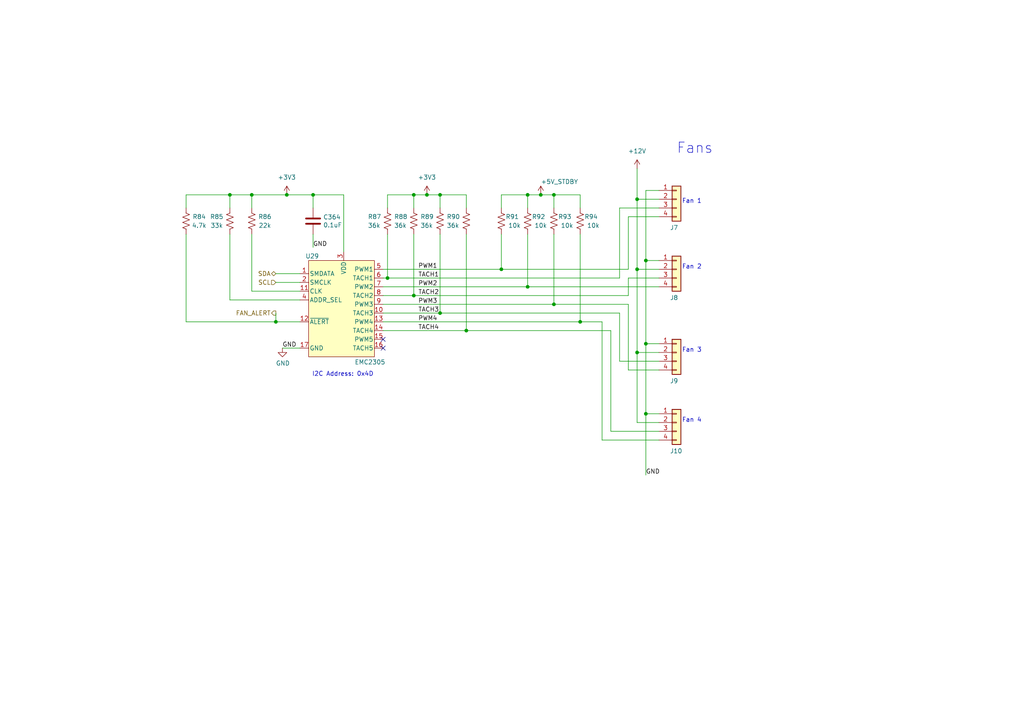
<source format=kicad_sch>
(kicad_sch (version 20250114) (generator "eeschema") (generator_version "9.0")
  (paper "A4")
  (title_block (title "PC-AXE") (company "Author: Aadhi M"))
  (lib_symbols
    (symbol "+3V3_1" (power) (pin_numbers (hide yes)) (pin_names (offset 0) (hide yes))
      (property "Value" "+3V3" (at 0 3.556 0))
      (symbol "+3V3_1_0_1"
        (polyline (pts (xy -0.762 1.27) (xy 0 2.54)))
        (polyline (pts (xy 0 2.54) (xy 0.762 1.27)))
        (polyline (pts (xy 0 0) (xy 0 2.54)))
      )
      (symbol "+3V3_1_1_1"
        (pin power_in line (at 0 0 90) (length 0) (name "~") (number "1"))
      )
    )
    (symbol "Connector_Generic:Conn_01x04" (pin_names (offset 1.016) (hide yes))
      (property "Reference" "J" (at 0 5.08 0))
      (property "Value" "Conn_01x04" (at 0 -7.62 0))
      (symbol "Conn_01x04_1_1"
        (rectangle (start -1.27 3.81) (end 1.27 -6.35) (stroke (width 0.254)) (fill (type background)))
        (rectangle (start -1.27 2.667) (end 0 2.413) (stroke (width 0.1524)))
        (rectangle (start -1.27 0.127) (end 0 -0.127) (stroke (width 0.1524)))
        (rectangle (start -1.27 -2.413) (end 0 -2.667) (stroke (width 0.1524)))
        (rectangle (start -1.27 -4.953) (end 0 -5.207) (stroke (width 0.1524)))
        (pin passive line (at -5.08 2.54 0) (length 3.81) (name "Pin_1") (number "1"))
        (pin passive line (at -5.08 0 0) (length 3.81) (name "Pin_2") (number "2"))
        (pin passive line (at -5.08 -2.54 0) (length 3.81) (name "Pin_3") (number "3"))
        (pin passive line (at -5.08 -5.08 0) (length 3.81) (name "Pin_4") (number "4"))
      )
    )
    (symbol "Device:C" (pin_numbers (hide yes)) (pin_names (offset 0.254))
      (property "Reference" "C" (at 0.635 2.54 0))
      (property "Value" "C" (at 0.635 -2.54 0))
      (symbol "C_0_1"
        (polyline (pts (xy -2.032 0.762) (xy 2.032 0.762)) (stroke (width 0.508)))
        (polyline (pts (xy -2.032 -0.762) (xy 2.032 -0.762)) (stroke (width 0.508)))
      )
      (symbol "C_1_1"
        (pin passive line (at 0 3.81 270) (length 2.794) (name "~") (number "1"))
        (pin passive line (at 0 -3.81 90) (length 2.794) (name "~") (number "2"))
      )
    )
    (symbol "Device:R_US" (pin_numbers (hide yes)) (pin_names (offset 0))
      (property "Reference" "R" (at 2.54 0 90))
      (property "Value" "R_US" (at -2.54 0 90))
      (symbol "R_US_0_1"
        (polyline (pts (xy 0 2.286) (xy 0 2.54)))
        (polyline (pts (xy 0 2.286) (xy 1.016 1.905) (xy 0 1.524) (xy -1.016 1.143) (xy 0 0.762)))
        (polyline (pts (xy 0 0.762) (xy 1.016 0.381) (xy 0 0) (xy -1.016 -0.381) (xy 0 -0.762)))
        (polyline (pts (xy 0 -0.762) (xy 1.016 -1.143) (xy 0 -1.524) (xy -1.016 -1.905) (xy 0 -2.286)))
        (polyline (pts (xy 0 -2.286) (xy 0 -2.54)))
      )
      (symbol "R_US_1_1"
        (pin passive line (at 0 3.81 270) (length 1.27) (name "~") (number "1"))
        (pin passive line (at 0 -3.81 90) (length 1.27) (name "~") (number "2"))
      )
    )
    (symbol "EMC2305-1-AP-TR_1" (pin_names (offset 0.254))
      (property "Reference" "U" (at -7.62 13.97 0))
      (property "Value" "EMC2305-1-AP-TR" (at 11.43 -16.51 0))
      (symbol "EMC2305-1-AP-TR_1_0_1"
        (pin bidirectional line (at -11.43 8.89 0) (length 2.54) (name "SMDATA") (number "1"))
        (pin input line (at -11.43 6.35 0) (length 2.54) (name "SMCLK") (number "2"))
        (pin bidirectional line (at -11.43 3.81 0) (length 2.54) (name "CLK") (number "11"))
        (pin bidirectional line (at -11.43 1.27 0) (length 2.54) (name "ADDR_SEL") (number "4"))
        (pin power_in line (at 1.27 15.24 270) (length 2.54) (name "VDD") (number "3"))
        (pin output line (at 12.7 10.16 180) (length 2.54) (name "PWM1") (number "5"))
        (pin input line (at 12.7 7.62 180) (length 2.54) (name "TACH1") (number "6"))
        (pin output line (at 12.7 5.08 180) (length 2.54) (name "PWM2") (number "7"))
        (pin input line (at 12.7 2.54 180) (length 2.54) (name "TACH2") (number "8"))
        (pin output line (at 12.7 0 180) (length 2.54) (name "PWM3") (number "9"))
        (pin input line (at 12.7 -2.54 180) (length 2.54) (name "TACH3") (number "10"))
        (pin output line (at 12.7 -5.08 180) (length 2.54) (name "PWM4") (number "13"))
        (pin input line (at 12.7 -7.62 180) (length 2.54) (name "TACH4") (number "14"))
        (pin output line (at 12.7 -10.16 180) (length 2.54) (name "PWM5") (number "15"))
        (pin input line (at 12.7 -12.7 180) (length 2.54) (name "TACH5") (number "16"))
      )
      (symbol "EMC2305-1-AP-TR_1_1_1"
        (rectangle (start -8.89 12.7) (end 10.16 -15.24) (fill (type background)))
        (pin output line (at -11.43 -5.08 0) (length 2.54) (name "~{ALERT}") (number "12"))
        (pin passive line (at -11.43 -12.7 0) (length 2.54) (name "GND") (number "17"))
      )
    )
    (symbol "power:+12V" (power) (pin_names (offset 0))
      (property "Value" "+12V" (at 0 3.556 0))
      (symbol "+12V_0_1"
        (polyline (pts (xy -0.762 1.27) (xy 0 2.54)))
        (polyline (pts (xy 0 2.54) (xy 0.762 1.27)))
        (polyline (pts (xy 0 0) (xy 0 2.54)))
      )
      (symbol "+12V_1_1"
        (pin power_in line (at 0 0 90) (length 0) (hide yes) (name "+12V") (number "1"))
      )
    )
    (symbol "power:+3.3V" (power) (pin_names (offset 0))
      (property "Value" "+3.3V" (at 0 3.556 0))
      (symbol "+3.3V_0_1"
        (polyline (pts (xy -0.762 1.27) (xy 0 2.54)))
        (polyline (pts (xy 0 2.54) (xy 0.762 1.27)))
        (polyline (pts (xy 0 0) (xy 0 2.54)))
      )
      (symbol "+3.3V_1_1"
        (pin power_in line (at 0 0 90) (length 0) (hide yes) (name "+3.3V") (number "1"))
      )
    )
    (symbol "power:GND" (power) (pin_names (offset 0))
      (property "Value" "GND" (at 0 -3.81 0))
      (symbol "GND_0_1"
        (polyline (pts (xy 0 0) (xy 0 -1.27) (xy 1.27 -1.27) (xy 0 -2.54) (xy -1.27 -1.27) (xy 0 -1.27)))
      )
      (symbol "GND_1_1"
        (pin power_in line (at 0 0 270) (length 0) (hide yes) (name "GND") (number "1"))
      )
    )
  )
  (text "I2C Address: 0x4D" (at 99.441 108.585 0) (effects (font (size 1.27 1.27))))
  (text "Fan 3" (at 200.66 101.6 0) (effects (font (size 1.27 1.27))))
  (text "Fan 4" (at 200.66 121.92 0) (effects (font (size 1.27 1.27))))
  (text "Fan 2" (at 200.66 77.47 0) (effects (font (size 1.27 1.27))))
  (text "Fans" (at 196.215 44.831 0) (effects (font (size 3 3)) (justify left bottom)))
  (text "Fan 1" (at 200.66 58.42 0) (effects (font (size 1.27 1.27))))
  (junction (at 135.255 95.885))
  (junction (at 160.655 56.515))
  (junction (at 83.185 56.515))
  (junction (at 187.325 99.695))
  (junction (at 145.415 78.105))
  (junction (at 120.015 56.515))
  (junction (at 90.805 56.515))
  (junction (at 184.785 57.785))
  (junction (at 127.635 56.515))
  (junction (at 127.635 90.805))
  (junction (at 120.015 85.725))
  (junction (at 187.325 75.565))
  (junction (at 184.785 78.105))
  (junction (at 160.655 88.265))
  (junction (at 168.275 93.345))
  (junction (at 80.01 93.345))
  (junction (at 153.035 56.515))
  (junction (at 153.035 83.185))
  (junction (at 123.825 56.515))
  (junction (at 66.675 56.515))
  (junction (at 156.845 56.515))
  (junction (at 73.025 56.515))
  (junction (at 187.325 120.015))
  (junction (at 184.785 102.235))
  (junction (at 112.395 80.645))
  (no_connect (at 111.125 98.425))
  (no_connect (at 111.125 100.965))
  (wire (pts (xy 182.245 78.105) (xy 145.415 78.105)))
  (wire (pts (xy 66.675 67.945) (xy 66.675 86.995)))
  (wire (pts (xy 127.635 67.945) (xy 127.635 90.805)))
  (wire (pts (xy 53.975 93.345) (xy 80.01 93.345)))
  (wire (pts (xy 123.825 56.515) (xy 120.015 56.515)))
  (wire (pts (xy 187.325 75.565) (xy 191.135 75.565)))
  (wire (pts (xy 160.655 88.265) (xy 111.125 88.265)))
  (wire (pts (xy 66.675 56.515) (xy 73.025 56.515)))
  (wire (pts (xy 127.635 90.805) (xy 111.125 90.805)))
  (wire (pts (xy 127.635 56.515) (xy 127.635 60.325)))
  (wire (pts (xy 120.015 85.725) (xy 111.125 85.725)))
  (wire (pts (xy 73.025 56.515) (xy 83.185 56.515)))
  (wire (pts (xy 81.915 100.965) (xy 86.995 100.965)))
  (wire (pts (xy 53.975 67.945) (xy 53.975 93.345)))
  (wire (pts (xy 168.275 56.515) (xy 168.275 60.325)))
  (wire (pts (xy 168.275 67.945) (xy 168.275 93.345)))
  (wire (pts (xy 66.675 60.325) (xy 66.675 56.515)))
  (wire (pts (xy 153.035 56.515) (xy 153.035 60.325)))
  (wire (pts (xy 90.805 67.945) (xy 90.805 71.755)))
  (wire (pts (xy 184.785 57.785) (xy 191.135 57.785)))
  (wire (pts (xy 80.01 90.805) (xy 80.01 93.345)))
  (wire (pts (xy 191.135 122.555) (xy 184.785 122.555)))
  (wire (pts (xy 135.255 67.945) (xy 135.255 95.885)))
  (wire (pts (xy 184.785 78.105) (xy 184.785 102.235)))
  (wire (pts (xy 80.01 93.345) (xy 86.995 93.345)))
  (wire (pts (xy 191.135 55.245) (xy 187.325 55.245)))
  (wire (pts (xy 120.015 56.515) (xy 112.395 56.515)))
  (wire (pts (xy 135.255 60.325) (xy 135.255 56.515)))
  (wire (pts (xy 179.705 104.775) (xy 179.705 90.805)))
  (wire (pts (xy 80.01 79.375) (xy 86.995 79.375)))
  (wire (pts (xy 182.245 80.645) (xy 182.245 85.725)))
  (wire (pts (xy 191.135 125.095) (xy 177.165 125.095)))
  (wire (pts (xy 174.625 127.635) (xy 174.625 93.345)))
  (wire (pts (xy 153.035 56.515) (xy 156.845 56.515)))
  (wire (pts (xy 174.625 93.345) (xy 168.275 93.345)))
  (wire (pts (xy 191.135 104.775) (xy 179.705 104.775)))
  (wire (pts (xy 135.255 95.885) (xy 111.125 95.885)))
  (wire (pts (xy 112.395 56.515) (xy 112.395 60.325)))
  (wire (pts (xy 135.255 56.515) (xy 127.635 56.515)))
  (wire (pts (xy 182.245 85.725) (xy 120.015 85.725)))
  (wire (pts (xy 187.325 99.695) (xy 187.325 120.015)))
  (wire (pts (xy 120.015 56.515) (xy 120.015 60.325)))
  (wire (pts (xy 145.415 60.325) (xy 145.415 56.515)))
  (wire (pts (xy 112.395 67.945) (xy 112.395 80.645)))
  (wire (pts (xy 160.655 56.515) (xy 168.275 56.515)))
  (wire (pts (xy 160.655 67.945) (xy 160.655 88.265)))
  (wire (pts (xy 177.165 95.885) (xy 135.255 95.885)))
  (wire (pts (xy 179.705 90.805) (xy 127.635 90.805)))
  (wire (pts (xy 99.695 56.515) (xy 99.695 73.025)))
  (wire (pts (xy 73.025 84.455) (xy 86.995 84.455)))
  (wire (pts (xy 153.035 67.945) (xy 153.035 83.185)))
  (wire (pts (xy 80.01 81.915) (xy 86.995 81.915)))
  (wire (pts (xy 73.025 67.945) (xy 73.025 84.455)))
  (wire (pts (xy 112.395 80.645) (xy 179.705 80.645)))
  (wire (pts (xy 53.975 56.515) (xy 66.675 56.515)))
  (wire (pts (xy 182.245 107.315) (xy 182.245 88.265)))
  (wire (pts (xy 191.135 78.105) (xy 184.785 78.105)))
  (wire (pts (xy 179.705 60.325) (xy 179.705 80.645)))
  (wire (pts (xy 120.015 67.945) (xy 120.015 85.725)))
  (wire (pts (xy 177.165 125.095) (xy 177.165 95.885)))
  (wire (pts (xy 90.805 56.515) (xy 99.695 56.515)))
  (wire (pts (xy 90.805 60.325) (xy 90.805 56.515)))
  (wire (pts (xy 66.675 86.995) (xy 86.995 86.995)))
  (wire (pts (xy 191.135 120.015) (xy 187.325 120.015)))
  (wire (pts (xy 184.785 122.555) (xy 184.785 102.235)))
  (wire (pts (xy 182.245 62.865) (xy 191.135 62.865)))
  (wire (pts (xy 182.245 88.265) (xy 160.655 88.265)))
  (wire (pts (xy 187.325 120.015) (xy 187.325 137.795)))
  (wire (pts (xy 145.415 78.105) (xy 111.125 78.105)))
  (wire (pts (xy 187.325 99.695) (xy 191.135 99.695)))
  (wire (pts (xy 83.185 56.515) (xy 90.805 56.515)))
  (wire (pts (xy 168.275 93.345) (xy 111.125 93.345)))
  (wire (pts (xy 191.135 127.635) (xy 174.625 127.635)))
  (wire (pts (xy 191.135 60.325) (xy 179.705 60.325)))
  (wire (pts (xy 145.415 67.945) (xy 145.415 78.105)))
  (wire (pts (xy 182.245 62.865) (xy 182.245 78.105)))
  (wire (pts (xy 127.635 56.515) (xy 123.825 56.515)))
  (wire (pts (xy 145.415 56.515) (xy 153.035 56.515)))
  (wire (pts (xy 184.785 48.895) (xy 184.785 57.785)))
  (wire (pts (xy 191.135 107.315) (xy 182.245 107.315)))
  (wire (pts (xy 184.785 57.785) (xy 184.785 78.105)))
  (wire (pts (xy 153.035 83.185) (xy 191.135 83.185)))
  (wire (pts (xy 187.325 75.565) (xy 187.325 99.695)))
  (wire (pts (xy 112.395 80.645) (xy 111.125 80.645)))
  (wire (pts (xy 53.975 56.515) (xy 53.975 60.325)))
  (wire (pts (xy 160.655 56.515) (xy 160.655 60.325)))
  (wire (pts (xy 187.325 55.245) (xy 187.325 75.565)))
  (wire (pts (xy 111.125 83.185) (xy 153.035 83.185)))
  (wire (pts (xy 184.785 102.235) (xy 191.135 102.235)))
  (wire (pts (xy 156.845 56.515) (xy 160.655 56.515)))
  (wire (pts (xy 191.135 80.645) (xy 182.245 80.645)))
  (wire (pts (xy 73.025 56.515) (xy 73.025 60.325)))
  (label "GND" (at 187.325 137.795 0))
  (label "TACH4" (at 121.285 95.885 0))
  (label "PWM4" (at 121.285 93.345 0))
  (label "GND" (at 81.915 100.965 0))
  (label "PWM1" (at 121.285 78.105 0))
  (label "TACH2" (at 121.285 85.725 0))
  (label "TACH1" (at 121.285 80.645 0))
  (label "GND" (at 90.805 71.755 0))
  (label "PWM3" (at 121.285 88.265 0))
  (label "PWM2" (at 121.285 83.185 0))
  (label "TACH3" (at 121.285 90.805 0))
  (hierarchical_label "SCL" (shape input) (at 80.01 81.915 180))
  (hierarchical_label "SDA" (shape bidirectional) (at 80.01 79.375 180))
  (hierarchical_label "FAN_ALERT" (shape output) (at 80.01 90.805 180))
  (symbol (lib_id "Device:R_US") (at 135.255 64.135 0) (unit 1)
    (property "Reference" "R90" (at 129.54 62.865 0) (effects (justify left)))
    (property "Value" "36k" (at 129.54 65.405 0) (effects (justify left)))
    (property "Footprint" "Resistor_SMD:R_0805_2012Metric" (effects (hide yes)))
    (property "DK" "311-36.0KCRCT-ND" (effects (hide yes)))
    (property "PARTNO" "RC0805FR-0736KL" (effects (hide yes)))
    (property "LCSC" "C114527" (effects (hide yes)))
  )
  (symbol (lib_id "Device:C") (at 90.805 64.135 0) (unit 1)
    (property "Reference" "C364" (at 93.726 62.9666 0) (effects (justify left)))
    (property "Value" "0.1uF" (at 93.726 65.278 0) (effects (justify left)))
    (property "Footprint" "Capacitor_SMD:C_0805_2012Metric" (effects (hide yes)))
    (property "Datasheet" "https://search.murata.co.jp/Ceramy/image/img/A01X/G101/ENG/GRM155R71C104KA88-01.pdf" (effects (hide yes)))
    (property "DK" "1276-6840-1-ND" (effects (hide yes)))
    (property "PARTNO" "CL21B104KCFNNNE" (effects (hide yes)))
    (property "LCSC" "C28233" (effects (hide yes)))
  )
  (symbol (lib_id "Device:R_US") (at 168.275 64.135 180) (unit 1)
    (property "Reference" "R94" (at 171.45 62.865 0))
    (property "Value" "10k" (at 172.085 65.405 0))
    (property "Footprint" "Resistor_SMD:R_0805_2012Metric" (effects (hide yes)))
    (property "DK" "RMCF0805FT10K0CT-ND" (effects (hide yes)))
    (property "PARTNO" "RMCF0805FT10K0" (effects (hide yes)))
    (property "LCSC" "C17414" (effects (hide yes)))
  )
  (symbol (lib_name "+3V3_1") (lib_id "power:+3V3") (at 123.825 56.515 0) (mirror y) (unit 1)
    (property "Reference" "#PWR0470" (effects (hide yes)))
    (property "Value" "+3V3" (at 123.825 51.435 0))
    (property "Description" "Power symbol creates a global label with name \"+3V3\"" (effects (hide yes)))
  )
  (symbol (lib_name "EMC2305-1-AP-TR_1") (lib_id "bitcart:EMC2305-1-AP-TR") (at 98.425 88.265 0) (unit 1)
    (property "Reference" "U29" (at 90.551 74.295 0))
    (property "Value" "EMC2305" (at 107.315 105.029 0))
    (property "Footprint" "bitcart:QFN16_4x4MC_MCH" (effects (hide yes)))
    (property "Datasheet" "https://ww1.microchip.com/downloads/aemDocuments/documents/MSLD/ProductDocuments/DataSheets/EMC2301-2-3-5-Data-Sheet-DS20006532A.pdf" (effects (hide yes)))
    (property "DK" "EMC2305-1-AP-CT-ND" (effects (hide yes)))
    (property "PARTNO" "EMC2305-1-AP-TR" (effects (hide yes)))
  )
  (symbol (lib_id "Device:R_US") (at 73.025 64.135 180) (unit 1)
    (property "Reference" "R86" (at 76.835 62.865 0))
    (property "Value" "22k" (at 76.835 65.405 0))
    (property "Footprint" "Resistor_SMD:R_0805_2012Metric" (effects (hide yes)))
    (property "DK" "RMCF0805FT22K0CT-ND" (effects (hide yes)))
    (property "PARTNO" "RMCF0805FT22K0" (effects (hide yes)))
    (property "LCSC" "C17560" (effects (hide yes)))
  )
  (symbol (lib_id "Device:R_US") (at 145.415 64.135 180) (unit 1)
    (property "Reference" "R91" (at 148.59 62.865 0))
    (property "Value" "10k" (at 149.225 65.405 0))
    (property "Footprint" "Resistor_SMD:R_0805_2012Metric" (effects (hide yes)))
    (property "DK" "RMCF0805FT10K0CT-ND" (effects (hide yes)))
    (property "PARTNO" "RMCF0805FT10K0" (effects (hide yes)))
    (property "LCSC" "C17414" (effects (hide yes)))
  )
  (symbol (lib_id "Device:R_US") (at 160.655 64.135 180) (unit 1)
    (property "Reference" "R93" (at 163.83 62.865 0))
    (property "Value" "10k" (at 164.465 65.405 0))
    (property "Footprint" "Resistor_SMD:R_0805_2012Metric" (effects (hide yes)))
    (property "DK" "RMCF0805FT10K0CT-ND" (effects (hide yes)))
    (property "PARTNO" "RMCF0805FT10K0" (effects (hide yes)))
    (property "LCSC" "C17414" (effects (hide yes)))
  )
  (symbol (lib_id "Device:R_US") (at 53.975 64.135 180) (unit 1)
    (property "Reference" "R84" (at 57.785 62.865 0))
    (property "Value" "4.7k" (at 57.785 65.405 0))
    (property "Footprint" "Resistor_SMD:R_0805_2012Metric" (effects (hide yes)))
    (property "DK" "311-4.70KCRCT-ND" (effects (hide yes)))
    (property "PARTNO" "RC0805FR-074K7L" (effects (hide yes)))
    (property "LCSC" "C17673" (effects (hide yes)))
  )
  (symbol (lib_id "Device:R_US") (at 112.395 64.135 0) (unit 1)
    (property "Reference" "R87" (at 106.68 62.865 0) (effects (justify left)))
    (property "Value" "36k" (at 106.68 65.405 0) (effects (justify left)))
    (property "Footprint" "Resistor_SMD:R_0805_2012Metric" (effects (hide yes)))
    (property "DK" "311-36.0KCRCT-ND" (effects (hide yes)))
    (property "PARTNO" "RC0805FR-0736KL" (effects (hide yes)))
    (property "LCSC" "C114527" (effects (hide yes)))
  )
  (symbol (lib_id "power:+3.3V") (at 156.845 56.515 0) (unit 1)
    (property "Reference" "#PWR0471" (effects (hide yes)))
    (property "Value" "+5V_STDBY" (at 156.8449 52.705 0) (effects (justify left)))
  )
  (symbol (lib_id "Device:R_US") (at 127.635 64.135 0) (unit 1)
    (property "Reference" "R89" (at 121.92 62.865 0) (effects (justify left)))
    (property "Value" "36k" (at 121.92 65.405 0) (effects (justify left)))
    (property "Footprint" "Resistor_SMD:R_0805_2012Metric" (effects (hide yes)))
    (property "DK" "311-36.0KCRCT-ND" (effects (hide yes)))
    (property "PARTNO" "RC0805FR-0736KL" (effects (hide yes)))
    (property "LCSC" "C114527" (effects (hide yes)))
  )
  (symbol (lib_id "Device:R_US") (at 66.675 64.135 0) (mirror x) (unit 1)
    (property "Reference" "R85" (at 62.865 62.865 0))
    (property "Value" "33k" (at 62.865 65.405 0))
    (property "Footprint" "Resistor_SMD:R_0805_2012Metric" (effects (hide yes)))
    (property "DK" "311-33.0KCRCT-ND" (effects (hide yes)))
    (property "PARTNO" "RC0805FR-0733KL" (effects (hide yes)))
    (property "LCSC" "C17633" (effects (hide yes)))
  )
  (symbol (lib_name "+3V3_1") (lib_id "power:+3V3") (at 83.185 56.515 0) (mirror y) (unit 1)
    (property "Reference" "#PWR0469" (effects (hide yes)))
    (property "Value" "+3V3" (at 83.185 51.435 0))
    (property "Description" "Power symbol creates a global label with name \"+3V3\"" (effects (hide yes)))
  )
  (symbol (lib_id "power:+12V") (at 184.785 48.895 0) (unit 1)
    (property "Reference" "#PWR0472" (effects (hide yes)))
    (property "Value" "+12V" (at 184.785 43.815 0))
  )
  (symbol (lib_id "Connector_Generic:Conn_01x04") (at 196.215 57.785 0) (unit 1)
    (property "Reference" "J7" (at 194.31 66.04 0) (effects (justify left)))
    (property "Value" "61900411021" (effects (hide yes)))
    (property "Footprint" "bitcrane:CONN-TH_4P-P2.54_HCTL_HC-2510-4AW" (effects (hide yes)))
    (property "Datasheet" "https://www.we-online.com/components/products/datasheet/6190xx11021.pdf" (effects (hide yes)))
    (property "DK" "732-2701-ND" (effects (hide yes)))
    (property "PARTNO" "61900411021" (effects (hide yes)))
    (property "LCSC" "C2982043" (effects (hide yes)))
  )
  (symbol (lib_id "Connector_Generic:Conn_01x04") (at 196.215 102.235 0) (unit 1)
    (property "Reference" "J9" (at 194.31 110.49 0) (effects (justify left)))
    (property "Value" "61900411021" (effects (hide yes)))
    (property "Footprint" "bitcrane:CONN-TH_4P-P2.54_HCTL_HC-2510-4AW" (effects (hide yes)))
    (property "Datasheet" "https://www.we-online.com/components/products/datasheet/6190xx11021.pdf" (effects (hide yes)))
    (property "DK" "732-2701-ND" (effects (hide yes)))
    (property "PARTNO" "61900411021" (effects (hide yes)))
    (property "LCSC" "C2982043" (effects (hide yes)))
  )
  (symbol (lib_id "Connector_Generic:Conn_01x04") (at 196.215 122.555 0) (unit 1)
    (property "Reference" "J10" (at 194.31 130.81 0) (effects (justify left)))
    (property "Value" "61900411021" (effects (hide yes)))
    (property "Footprint" "bitcrane:CONN-TH_4P-P2.54_HCTL_HC-2510-4AW" (effects (hide yes)))
    (property "Datasheet" "https://www.we-online.com/components/products/datasheet/6190xx11021.pdf" (effects (hide yes)))
    (property "DK" "732-2701-ND" (effects (hide yes)))
    (property "PARTNO" "61900411021" (effects (hide yes)))
    (property "LCSC" "C2982043" (effects (hide yes)))
  )
  (symbol (lib_id "power:GND") (at 81.915 100.965 0) (unit 1)
    (property "Reference" "#PWR0468" (effects (hide yes)))
    (property "Value" "GND" (at 82.042 105.3592 0))
  )
  (symbol (lib_id "Device:R_US") (at 120.015 64.135 0) (unit 1)
    (property "Reference" "R88" (at 114.3 62.865 0) (effects (justify left)))
    (property "Value" "36k" (at 114.3 65.405 0) (effects (justify left)))
    (property "Footprint" "Resistor_SMD:R_0805_2012Metric" (effects (hide yes)))
    (property "DK" "311-36.0KCRCT-ND" (effects (hide yes)))
    (property "PARTNO" "RC0805FR-0736KL" (effects (hide yes)))
    (property "LCSC" "C114527" (effects (hide yes)))
  )
  (symbol (lib_id "Connector_Generic:Conn_01x04") (at 196.215 78.105 0) (unit 1)
    (property "Reference" "J8" (at 194.31 86.36 0) (effects (justify left)))
    (property "Value" "61900411021" (effects (hide yes)))
    (property "Footprint" "bitcrane:CONN-TH_4P-P2.54_HCTL_HC-2510-4AW" (effects (hide yes)))
    (property "Datasheet" "https://www.we-online.com/components/products/datasheet/6190xx11021.pdf" (effects (hide yes)))
    (property "DK" "732-2701-ND" (effects (hide yes)))
    (property "PARTNO" "61900411021" (effects (hide yes)))
    (property "LCSC" "C2982043" (effects (hide yes)))
  )
  (symbol (lib_id "Device:R_US") (at 153.035 64.135 180) (unit 1)
    (property "Reference" "R92" (at 156.21 62.865 0))
    (property "Value" "10k" (at 156.845 65.405 0))
    (property "Footprint" "Resistor_SMD:R_0805_2012Metric" (effects (hide yes)))
    (property "DK" "RMCF0805FT10K0CT-ND" (effects (hide yes)))
    (property "PARTNO" "RMCF0805FT10K0" (effects (hide yes)))
    (property "LCSC" "C17414" (effects (hide yes)))
  )
)
</source>
